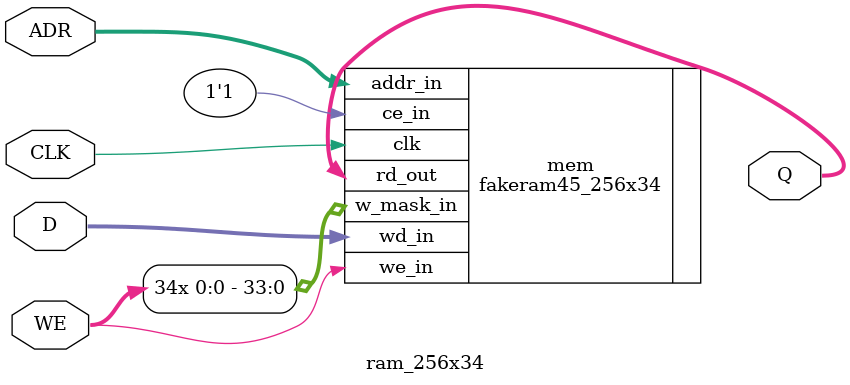
<source format=v>
module ram_2048x39(CLK, ADR, D, Q, WE);
  input CLK, WE;
  input [10:0] ADR;
  input [38:0] D;
  output [38:0] Q;
  wire CLK, WE;
  wire [10:0] ADR;
  wire [38:0] D;
  wire [38:0] Q;

  fakeram45_2048x39 mem (
    .clk      (CLK     ),
    .rd_out   (Q       ),
    .ce_in    (1'b1    ),
    .we_in    (WE      ),
    .w_mask_in({39{WE}}),
    .addr_in  (ADR     ),
    .wd_in    (D       )
  );


endmodule

module ram_64x21(CLK, ADR, D, Q, WE);
  input CLK, WE;
  input [5:0] ADR;
  input [20:0] D;
  output [20:0] Q;
  wire CLK, WE;
  wire [5:0] ADR;
  wire [20:0] D;
  wire [20:0] Q;

  fakeram45_64x21 mem (
    .clk      (CLK     ),
    .rd_out   (Q       ),
    .ce_in    (1'b1    ),
    .we_in    (WE      ),
    .w_mask_in({21{WE}}),
    .addr_in  (ADR     ),
    .wd_in    (D       )
  );

endmodule

module ram_256x34(CLK, ADR, D, Q, WE);
  input CLK, WE;
  input [7:0] ADR;
  input [33:0] D;
  output [33:0] Q;
  wire CLK, WE;
  wire [7:0] ADR;
  wire [33:0] D;
  wire [33:0] Q;

  fakeram45_256x34 mem (
    .clk      (CLK     ),
    .rd_out   (Q       ),
    .ce_in    (1'b1    ),
    .we_in    (WE      ),
    .w_mask_in({34{WE}}),
    .addr_in  (ADR     ),
    .wd_in    (D       )
  );

endmodule

</source>
